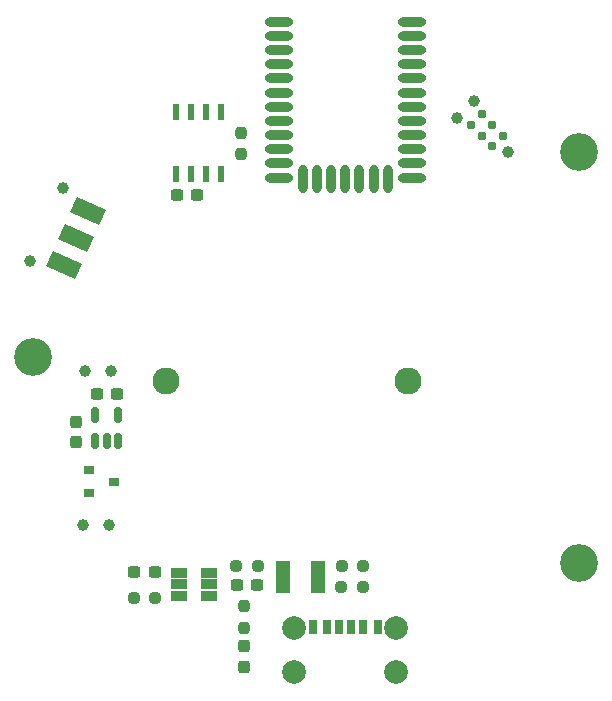
<source format=gbs>
%TF.GenerationSoftware,KiCad,Pcbnew,8.0.0*%
%TF.CreationDate,2024-03-28T16:54:28+01:00*%
%TF.ProjectId,BAT2024,42415432-3032-4342-9e6b-696361645f70,1.0*%
%TF.SameCoordinates,Original*%
%TF.FileFunction,Soldermask,Bot*%
%TF.FilePolarity,Negative*%
%FSLAX46Y46*%
G04 Gerber Fmt 4.6, Leading zero omitted, Abs format (unit mm)*
G04 Created by KiCad (PCBNEW 8.0.0) date 2024-03-28 16:54:28*
%MOMM*%
%LPD*%
G01*
G04 APERTURE LIST*
G04 Aperture macros list*
%AMRoundRect*
0 Rectangle with rounded corners*
0 $1 Rounding radius*
0 $2 $3 $4 $5 $6 $7 $8 $9 X,Y pos of 4 corners*
0 Add a 4 corners polygon primitive as box body*
4,1,4,$2,$3,$4,$5,$6,$7,$8,$9,$2,$3,0*
0 Add four circle primitives for the rounded corners*
1,1,$1+$1,$2,$3*
1,1,$1+$1,$4,$5*
1,1,$1+$1,$6,$7*
1,1,$1+$1,$8,$9*
0 Add four rect primitives between the rounded corners*
20,1,$1+$1,$2,$3,$4,$5,0*
20,1,$1+$1,$4,$5,$6,$7,0*
20,1,$1+$1,$6,$7,$8,$9,0*
20,1,$1+$1,$8,$9,$2,$3,0*%
G04 Aperture macros list end*
%ADD10C,3.200000*%
%ADD11C,0.990600*%
%ADD12C,0.787400*%
%ADD13R,0.900000X0.800000*%
%ADD14C,1.000000*%
%ADD15RoundRect,0.237500X0.250000X0.237500X-0.250000X0.237500X-0.250000X-0.237500X0.250000X-0.237500X0*%
%ADD16C,2.010000*%
%ADD17R,0.800000X1.200000*%
%ADD18R,0.760000X1.200000*%
%ADD19R,0.700000X1.200000*%
%ADD20RoundRect,0.150000X0.150000X-0.512500X0.150000X0.512500X-0.150000X0.512500X-0.150000X-0.512500X0*%
%ADD21RoundRect,0.237500X0.300000X0.237500X-0.300000X0.237500X-0.300000X-0.237500X0.300000X-0.237500X0*%
%ADD22RoundRect,0.237500X0.237500X-0.300000X0.237500X0.300000X-0.237500X0.300000X-0.237500X-0.300000X0*%
%ADD23RoundRect,0.237500X0.237500X-0.287500X0.237500X0.287500X-0.237500X0.287500X-0.237500X-0.287500X0*%
%ADD24C,2.280000*%
%ADD25RoundRect,0.237500X-0.250000X-0.237500X0.250000X-0.237500X0.250000X0.237500X-0.250000X0.237500X0*%
%ADD26O,2.400000X0.800000*%
%ADD27O,0.800000X2.400000*%
%ADD28RoundRect,0.237500X-0.300000X-0.237500X0.300000X-0.237500X0.300000X0.237500X-0.300000X0.237500X0*%
%ADD29RoundRect,0.237500X-0.237500X0.250000X-0.237500X-0.250000X0.237500X-0.250000X0.237500X0.250000X0*%
%ADD30RoundRect,0.054880X0.652120X0.337120X-0.652120X0.337120X-0.652120X-0.337120X0.652120X-0.337120X0*%
%ADD31RoundRect,0.102000X0.897890X-1.056548X1.385974X0.039706X-0.897890X1.056548X-1.385974X-0.039706X0*%
%ADD32RoundRect,0.237500X0.237500X-0.250000X0.237500X0.250000X-0.237500X0.250000X-0.237500X-0.250000X0*%
%ADD33R,0.600000X1.325000*%
%ADD34R,1.180000X2.810000*%
G04 APERTURE END LIST*
D10*
%TO.C,H3*%
X87828000Y-57328000D03*
%TD*%
D11*
%TO.C,J2*%
X128024051Y-39924051D03*
X125150369Y-35613528D03*
X123713528Y-37050369D03*
D12*
X126677013Y-39475038D03*
X127575038Y-38577013D03*
X125778987Y-38577013D03*
X126677013Y-37678987D03*
X124880962Y-37678987D03*
X125778987Y-36780962D03*
%TD*%
D13*
%TO.C,Q1*%
X94628000Y-67878000D03*
X92528000Y-66928000D03*
X92528000Y-68828000D03*
%TD*%
D14*
%TO.C,TP4*%
X92228000Y-58465500D03*
%TD*%
%TO.C,TP3*%
X94428000Y-58465500D03*
%TD*%
%TO.C,TP2*%
X94228000Y-71528000D03*
%TD*%
%TO.C,TP1*%
X92028000Y-71528000D03*
%TD*%
D15*
%TO.C,R2*%
X115740500Y-75028000D03*
X113915500Y-75028000D03*
%TD*%
%TO.C,R1*%
X115728000Y-76828000D03*
X113903000Y-76828000D03*
%TD*%
D16*
%TO.C,J1*%
X118528000Y-80228000D03*
X118528000Y-84028000D03*
X109888000Y-84028000D03*
X109888000Y-80228000D03*
D17*
X116958000Y-80148000D03*
D18*
X115728000Y-80148000D03*
D19*
X113708000Y-80148000D03*
D17*
X111458000Y-80148000D03*
D18*
X112688000Y-80148000D03*
D19*
X114708000Y-80148000D03*
%TD*%
D20*
%TO.C,U1*%
X94978000Y-62190500D03*
X93078000Y-62190500D03*
X93078000Y-64465500D03*
X94028000Y-64465500D03*
X94978000Y-64465500D03*
%TD*%
D21*
%TO.C,C8*%
X93165500Y-60465500D03*
X94890500Y-60465500D03*
%TD*%
%TO.C,C10*%
X101690500Y-43628000D03*
X99965500Y-43628000D03*
%TD*%
D22*
%TO.C,C7*%
X91428000Y-62803000D03*
X91428000Y-64528000D03*
%TD*%
D23*
%TO.C,D1*%
X105628000Y-83558000D03*
X105628000Y-81808000D03*
%TD*%
D24*
%TO.C,H1*%
X119518000Y-59328000D03*
X99028000Y-59328000D03*
%TD*%
D25*
%TO.C,R6*%
X105015500Y-74978000D03*
X106840500Y-74978000D03*
%TD*%
D26*
%TO.C,IC1*%
X119878000Y-28928000D03*
X119878000Y-30128000D03*
X119878000Y-31328000D03*
X119878000Y-32528000D03*
X119878000Y-33728000D03*
X119878000Y-34928000D03*
X119878000Y-36128000D03*
X119878000Y-37328000D03*
X119878000Y-38528000D03*
X119878000Y-39728000D03*
X119878000Y-40928000D03*
X119878000Y-42128000D03*
D27*
X117828000Y-42228000D03*
X116628000Y-42228000D03*
X115428000Y-42228000D03*
X114228000Y-42228000D03*
X113028000Y-42228000D03*
X111828000Y-42228000D03*
X110628000Y-42228000D03*
D26*
X108578000Y-42128000D03*
X108578000Y-40928000D03*
X108578000Y-39728000D03*
X108578000Y-38528000D03*
X108578000Y-37328000D03*
X108578000Y-36128000D03*
X108578000Y-34928000D03*
X108578000Y-33728000D03*
X108578000Y-32528000D03*
X108578000Y-31328000D03*
X108578000Y-30128000D03*
X108578000Y-28928000D03*
%TD*%
D10*
%TO.C,H4*%
X134028000Y-74728000D03*
%TD*%
D15*
%TO.C,R7*%
X98133000Y-77740500D03*
X96308000Y-77740500D03*
%TD*%
D28*
%TO.C,C6*%
X105065500Y-76590500D03*
X106790500Y-76590500D03*
%TD*%
D29*
%TO.C,R9*%
X105428000Y-38315500D03*
X105428000Y-40140500D03*
%TD*%
D10*
%TO.C,H2*%
X134028000Y-39928000D03*
%TD*%
D30*
%TO.C,U2*%
X102683000Y-75628000D03*
X102683000Y-76578000D03*
X102683000Y-77528000D03*
X100173000Y-77528000D03*
X100173000Y-76578000D03*
X100173000Y-75628000D03*
%TD*%
D14*
%TO.C,S1*%
X87545095Y-49234055D03*
X90310905Y-43021945D03*
D31*
X90423407Y-49530389D03*
X91440250Y-47246526D03*
X92457092Y-44962662D03*
%TD*%
D32*
%TO.C,R5*%
X105628000Y-80240500D03*
X105628000Y-78415500D03*
%TD*%
D33*
%TO.C,IC2*%
X103733000Y-41840000D03*
X102463000Y-41840000D03*
X101193000Y-41840000D03*
X99923000Y-41840000D03*
X99923000Y-36616000D03*
X101193000Y-36616000D03*
X102463000Y-36616000D03*
X103733000Y-36616000D03*
%TD*%
D34*
%TO.C,F1*%
X111913000Y-75928000D03*
X108943000Y-75928000D03*
%TD*%
D21*
%TO.C,C5*%
X98083000Y-75540500D03*
X96358000Y-75540500D03*
%TD*%
M02*

</source>
